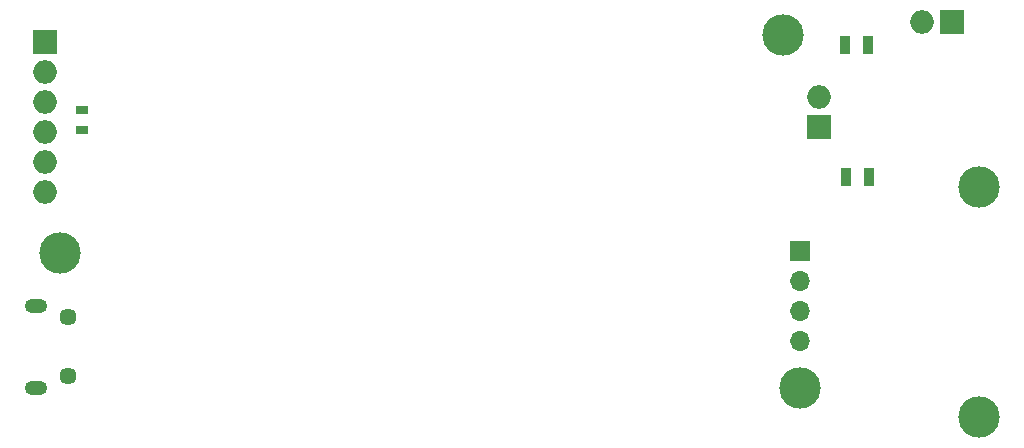
<source format=gbr>
%TF.GenerationSoftware,KiCad,Pcbnew,(6.0.0-rc1-dev-233-g53236a383)*%
%TF.CreationDate,2018-10-22T11:17:08+02:00*%
%TF.ProjectId,LEOLED_rev1,4C454F4C45445F726576312E6B696361,1*%
%TF.SameCoordinates,Original*%
%TF.FileFunction,Soldermask,Bot*%
%TF.FilePolarity,Negative*%
%FSLAX46Y46*%
G04 Gerber Fmt 4.6, Leading zero omitted, Abs format (unit mm)*
G04 Created by KiCad (PCBNEW (6.0.0-rc1-dev-233-g53236a383)) date 10/22/18 11:17:08*
%MOMM*%
%LPD*%
G01*
G04 APERTURE LIST*
%ADD10R,1.998980X1.998980*%
%ADD11O,1.998980X1.998980*%
%ADD12C,3.500000*%
%ADD13R,0.970000X1.500000*%
%ADD14O,1.900000X1.200000*%
%ADD15C,1.450000*%
%ADD16O,1.700000X1.700000*%
%ADD17R,1.700000X1.700000*%
%ADD18R,1.000000X0.670000*%
G04 APERTURE END LIST*
D10*
X78994000Y37744400D03*
D11*
X76454000Y37744400D03*
D10*
X67688600Y28872800D03*
D11*
X67688600Y31412800D03*
D12*
X81280000Y23799800D03*
X66065400Y6781800D03*
X64693800Y36703000D03*
X3454400Y18186400D03*
X81280000Y4368800D03*
D13*
X71943600Y24672800D03*
X70033600Y24672800D03*
X71843600Y35872800D03*
X69933600Y35872800D03*
D11*
X2184400Y23368000D03*
X2184400Y25908000D03*
X2184400Y30988000D03*
X2184400Y33528000D03*
D10*
X2184400Y36068000D03*
D11*
X2184400Y28448000D03*
D14*
X1388600Y6772800D03*
X1388600Y13772800D03*
D15*
X4088600Y7772800D03*
X4088600Y12772800D03*
D16*
X66088600Y10752800D03*
X66088600Y13292800D03*
X66088600Y15832800D03*
D17*
X66088600Y18372800D03*
D18*
X5288600Y30347800D03*
X5288600Y28597800D03*
M02*

</source>
